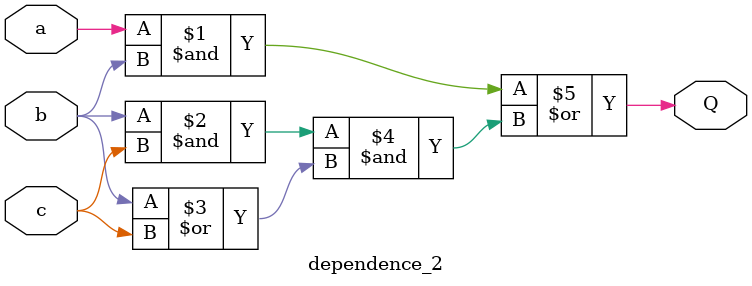
<source format=v>
module dependence_2 (
    input a, b, c,
    output Q 
);

  assign Q = a & b | ((b & c) & (b | c));

endmodule
</source>
